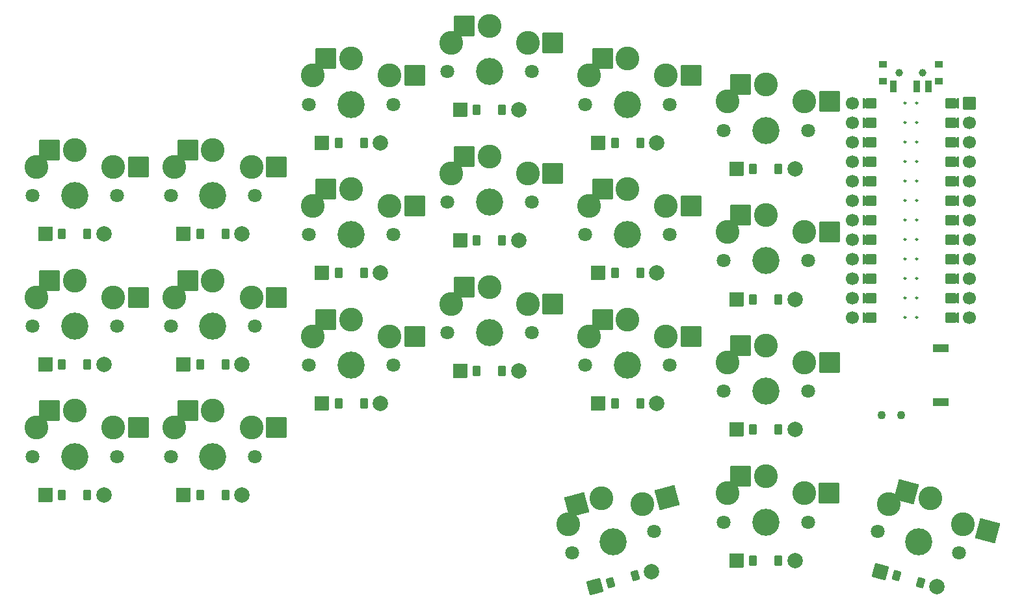
<source format=gbr>
%TF.GenerationSoftware,KiCad,Pcbnew,(6.0.4)*%
%TF.CreationDate,2022-07-15T23:35:53-07:00*%
%TF.ProjectId,danns87_corne_custom,64616e6e-7338-4375-9f63-6f726e655f63,v1.0.0*%
%TF.SameCoordinates,Original*%
%TF.FileFunction,Soldermask,Bot*%
%TF.FilePolarity,Negative*%
%FSLAX46Y46*%
G04 Gerber Fmt 4.6, Leading zero omitted, Abs format (unit mm)*
G04 Created by KiCad (PCBNEW (6.0.4)) date 2022-07-15 23:35:53*
%MOMM*%
%LPD*%
G01*
G04 APERTURE LIST*
G04 Aperture macros list*
%AMRoundRect*
0 Rectangle with rounded corners*
0 $1 Rounding radius*
0 $2 $3 $4 $5 $6 $7 $8 $9 X,Y pos of 4 corners*
0 Add a 4 corners polygon primitive as box body*
4,1,4,$2,$3,$4,$5,$6,$7,$8,$9,$2,$3,0*
0 Add four circle primitives for the rounded corners*
1,1,$1+$1,$2,$3*
1,1,$1+$1,$4,$5*
1,1,$1+$1,$6,$7*
1,1,$1+$1,$8,$9*
0 Add four rect primitives between the rounded corners*
20,1,$1+$1,$2,$3,$4,$5,0*
20,1,$1+$1,$4,$5,$6,$7,0*
20,1,$1+$1,$6,$7,$8,$9,0*
20,1,$1+$1,$8,$9,$2,$3,0*%
%AMFreePoly0*
4,1,14,0.635355,0.435355,0.650000,0.400000,0.650000,0.200000,0.635355,0.164645,0.035355,-0.435355,0.000000,-0.450000,-0.035355,-0.435355,-0.635355,0.164645,-0.650000,0.200000,-0.650000,0.400000,-0.635355,0.435355,-0.600000,0.450000,0.600000,0.450000,0.635355,0.435355,0.635355,0.435355,$1*%
%AMFreePoly1*
4,1,16,0.635355,1.035355,0.650000,1.000000,0.650000,-0.250000,0.635355,-0.285355,0.600000,-0.300000,-0.600000,-0.300000,-0.635355,-0.285355,-0.650000,-0.250000,-0.650000,1.000000,-0.635355,1.035355,-0.600000,1.050000,-0.564645,1.035355,0.000000,0.470710,0.564645,1.035355,0.600000,1.050000,0.635355,1.035355,0.635355,1.035355,$1*%
G04 Aperture macros list end*
%ADD10C,0.250000*%
%ADD11C,0.100000*%
%ADD12C,1.100000*%
%ADD13C,2.005000*%
%ADD14RoundRect,0.050000X-0.450000X-0.600000X0.450000X-0.600000X0.450000X0.600000X-0.450000X0.600000X0*%
%ADD15RoundRect,0.050000X-0.889000X-0.889000X0.889000X-0.889000X0.889000X0.889000X-0.889000X0.889000X0*%
%ADD16C,3.100000*%
%ADD17C,3.529000*%
%ADD18C,1.801800*%
%ADD19RoundRect,0.050000X-1.300000X-1.300000X1.300000X-1.300000X1.300000X1.300000X-1.300000X1.300000X0*%
%ADD20RoundRect,0.050000X1.000000X-0.500000X1.000000X0.500000X-1.000000X0.500000X-1.000000X-0.500000X0*%
%ADD21FreePoly0,90.000000*%
%ADD22RoundRect,0.050000X-0.800000X0.800000X-0.800000X-0.800000X0.800000X-0.800000X0.800000X0.800000X0*%
%ADD23FreePoly0,270.000000*%
%ADD24C,1.700000*%
%ADD25FreePoly1,90.000000*%
%ADD26FreePoly1,270.000000*%
%ADD27C,1.000000*%
%ADD28RoundRect,0.050000X0.500000X0.400000X-0.500000X0.400000X-0.500000X-0.400000X0.500000X-0.400000X0*%
%ADD29RoundRect,0.050000X0.350000X0.750000X-0.350000X0.750000X-0.350000X-0.750000X0.350000X-0.750000X0*%
%ADD30RoundRect,0.050000X-0.589958X-0.463087X0.279375X-0.696024X0.589958X0.463087X-0.279375X0.696024X0*%
%ADD31RoundRect,0.050000X-1.088798X-0.628618X0.628618X-1.088798X1.088798X0.628618X-0.628618X1.088798X0*%
%ADD32RoundRect,0.050000X-0.279375X-0.696024X0.589958X-0.463087X0.279375X0.696024X-0.589958X0.463087X0*%
%ADD33RoundRect,0.050000X-0.628618X-1.088798X1.088798X-0.628618X0.628618X1.088798X-1.088798X0.628618X0*%
%ADD34RoundRect,0.050000X-1.592168X-0.919239X0.919239X-1.592168X1.592168X0.919239X-0.919239X1.592168X0*%
%ADD35RoundRect,0.050000X-0.919239X-1.592168X1.592168X-0.919239X0.919239X1.592168X-1.592168X0.919239X0*%
G04 APERTURE END LIST*
D10*
%TO.C,MCU1*%
X127777000Y33370000D02*
G75*
G03*
X127777000Y33370000I-125000J0D01*
G01*
X126253000Y18130000D02*
G75*
G03*
X126253000Y18130000I-125000J0D01*
G01*
X127777000Y43530000D02*
G75*
G03*
X127777000Y43530000I-125000J0D01*
G01*
X126253000Y38450000D02*
G75*
G03*
X126253000Y38450000I-125000J0D01*
G01*
X127777000Y23210000D02*
G75*
G03*
X127777000Y23210000I-125000J0D01*
G01*
X126253000Y33370000D02*
G75*
G03*
X126253000Y33370000I-125000J0D01*
G01*
X126253000Y30830000D02*
G75*
G03*
X126253000Y30830000I-125000J0D01*
G01*
X127777000Y46070000D02*
G75*
G03*
X127777000Y46070000I-125000J0D01*
G01*
X127777000Y18130000D02*
G75*
G03*
X127777000Y18130000I-125000J0D01*
G01*
X127777000Y38450000D02*
G75*
G03*
X127777000Y38450000I-125000J0D01*
G01*
X127777000Y35910000D02*
G75*
G03*
X127777000Y35910000I-125000J0D01*
G01*
X126253000Y28290000D02*
G75*
G03*
X126253000Y28290000I-125000J0D01*
G01*
X126253000Y20670000D02*
G75*
G03*
X126253000Y20670000I-125000J0D01*
G01*
X126253000Y43530000D02*
G75*
G03*
X126253000Y43530000I-125000J0D01*
G01*
X126253000Y25750000D02*
G75*
G03*
X126253000Y25750000I-125000J0D01*
G01*
X126253000Y40990000D02*
G75*
G03*
X126253000Y40990000I-125000J0D01*
G01*
X127777000Y25750000D02*
G75*
G03*
X127777000Y25750000I-125000J0D01*
G01*
X127777000Y20670000D02*
G75*
G03*
X127777000Y20670000I-125000J0D01*
G01*
X126253000Y46070000D02*
G75*
G03*
X126253000Y46070000I-125000J0D01*
G01*
X127777000Y30830000D02*
G75*
G03*
X127777000Y30830000I-125000J0D01*
G01*
X127777000Y28290000D02*
G75*
G03*
X127777000Y28290000I-125000J0D01*
G01*
X126253000Y23210000D02*
G75*
G03*
X126253000Y23210000I-125000J0D01*
G01*
X126253000Y35910000D02*
G75*
G03*
X126253000Y35910000I-125000J0D01*
G01*
X127777000Y40990000D02*
G75*
G03*
X127777000Y40990000I-125000J0D01*
G01*
G36*
X132986000Y32862000D02*
G01*
X131970000Y32862000D01*
X131970000Y33878000D01*
X132986000Y33878000D01*
X132986000Y32862000D01*
G37*
D11*
X132986000Y32862000D02*
X131970000Y32862000D01*
X131970000Y33878000D01*
X132986000Y33878000D01*
X132986000Y32862000D01*
G36*
X132986000Y37942000D02*
G01*
X131970000Y37942000D01*
X131970000Y38958000D01*
X132986000Y38958000D01*
X132986000Y37942000D01*
G37*
X132986000Y37942000D02*
X131970000Y37942000D01*
X131970000Y38958000D01*
X132986000Y38958000D01*
X132986000Y37942000D01*
G36*
X121810000Y43022000D02*
G01*
X120794000Y43022000D01*
X120794000Y44038000D01*
X121810000Y44038000D01*
X121810000Y43022000D01*
G37*
X121810000Y43022000D02*
X120794000Y43022000D01*
X120794000Y44038000D01*
X121810000Y44038000D01*
X121810000Y43022000D01*
G36*
X132986000Y22702000D02*
G01*
X131970000Y22702000D01*
X131970000Y23718000D01*
X132986000Y23718000D01*
X132986000Y22702000D01*
G37*
X132986000Y22702000D02*
X131970000Y22702000D01*
X131970000Y23718000D01*
X132986000Y23718000D01*
X132986000Y22702000D01*
G36*
X132986000Y43022000D02*
G01*
X131970000Y43022000D01*
X131970000Y44038000D01*
X132986000Y44038000D01*
X132986000Y43022000D01*
G37*
X132986000Y43022000D02*
X131970000Y43022000D01*
X131970000Y44038000D01*
X132986000Y44038000D01*
X132986000Y43022000D01*
G36*
X121810000Y17622000D02*
G01*
X120794000Y17622000D01*
X120794000Y18638000D01*
X121810000Y18638000D01*
X121810000Y17622000D01*
G37*
X121810000Y17622000D02*
X120794000Y17622000D01*
X120794000Y18638000D01*
X121810000Y18638000D01*
X121810000Y17622000D01*
G36*
X121810000Y35402000D02*
G01*
X120794000Y35402000D01*
X120794000Y36418000D01*
X121810000Y36418000D01*
X121810000Y35402000D01*
G37*
X121810000Y35402000D02*
X120794000Y35402000D01*
X120794000Y36418000D01*
X121810000Y36418000D01*
X121810000Y35402000D01*
G36*
X121810000Y45562000D02*
G01*
X120794000Y45562000D01*
X120794000Y46578000D01*
X121810000Y46578000D01*
X121810000Y45562000D01*
G37*
X121810000Y45562000D02*
X120794000Y45562000D01*
X120794000Y46578000D01*
X121810000Y46578000D01*
X121810000Y45562000D01*
G36*
X132986000Y25242000D02*
G01*
X131970000Y25242000D01*
X131970000Y26258000D01*
X132986000Y26258000D01*
X132986000Y25242000D01*
G37*
X132986000Y25242000D02*
X131970000Y25242000D01*
X131970000Y26258000D01*
X132986000Y26258000D01*
X132986000Y25242000D01*
G36*
X132986000Y45562000D02*
G01*
X131970000Y45562000D01*
X131970000Y46578000D01*
X132986000Y46578000D01*
X132986000Y45562000D01*
G37*
X132986000Y45562000D02*
X131970000Y45562000D01*
X131970000Y46578000D01*
X132986000Y46578000D01*
X132986000Y45562000D01*
G36*
X121810000Y40482000D02*
G01*
X120794000Y40482000D01*
X120794000Y41498000D01*
X121810000Y41498000D01*
X121810000Y40482000D01*
G37*
X121810000Y40482000D02*
X120794000Y40482000D01*
X120794000Y41498000D01*
X121810000Y41498000D01*
X121810000Y40482000D01*
G36*
X132986000Y27782000D02*
G01*
X131970000Y27782000D01*
X131970000Y28798000D01*
X132986000Y28798000D01*
X132986000Y27782000D01*
G37*
X132986000Y27782000D02*
X131970000Y27782000D01*
X131970000Y28798000D01*
X132986000Y28798000D01*
X132986000Y27782000D01*
G36*
X132986000Y17622000D02*
G01*
X131970000Y17622000D01*
X131970000Y18638000D01*
X132986000Y18638000D01*
X132986000Y17622000D01*
G37*
X132986000Y17622000D02*
X131970000Y17622000D01*
X131970000Y18638000D01*
X132986000Y18638000D01*
X132986000Y17622000D01*
G36*
X121810000Y25242000D02*
G01*
X120794000Y25242000D01*
X120794000Y26258000D01*
X121810000Y26258000D01*
X121810000Y25242000D01*
G37*
X121810000Y25242000D02*
X120794000Y25242000D01*
X120794000Y26258000D01*
X121810000Y26258000D01*
X121810000Y25242000D01*
G36*
X121810000Y22702000D02*
G01*
X120794000Y22702000D01*
X120794000Y23718000D01*
X121810000Y23718000D01*
X121810000Y22702000D01*
G37*
X121810000Y22702000D02*
X120794000Y22702000D01*
X120794000Y23718000D01*
X121810000Y23718000D01*
X121810000Y22702000D01*
G36*
X121810000Y20162000D02*
G01*
X120794000Y20162000D01*
X120794000Y21178000D01*
X121810000Y21178000D01*
X121810000Y20162000D01*
G37*
X121810000Y20162000D02*
X120794000Y20162000D01*
X120794000Y21178000D01*
X121810000Y21178000D01*
X121810000Y20162000D01*
G36*
X132986000Y20162000D02*
G01*
X131970000Y20162000D01*
X131970000Y21178000D01*
X132986000Y21178000D01*
X132986000Y20162000D01*
G37*
X132986000Y20162000D02*
X131970000Y20162000D01*
X131970000Y21178000D01*
X132986000Y21178000D01*
X132986000Y20162000D01*
G36*
X121810000Y27782000D02*
G01*
X120794000Y27782000D01*
X120794000Y28798000D01*
X121810000Y28798000D01*
X121810000Y27782000D01*
G37*
X121810000Y27782000D02*
X120794000Y27782000D01*
X120794000Y28798000D01*
X121810000Y28798000D01*
X121810000Y27782000D01*
G36*
X121810000Y30322000D02*
G01*
X120794000Y30322000D01*
X120794000Y31338000D01*
X121810000Y31338000D01*
X121810000Y30322000D01*
G37*
X121810000Y30322000D02*
X120794000Y30322000D01*
X120794000Y31338000D01*
X121810000Y31338000D01*
X121810000Y30322000D01*
G36*
X132986000Y40482000D02*
G01*
X131970000Y40482000D01*
X131970000Y41498000D01*
X132986000Y41498000D01*
X132986000Y40482000D01*
G37*
X132986000Y40482000D02*
X131970000Y40482000D01*
X131970000Y41498000D01*
X132986000Y41498000D01*
X132986000Y40482000D01*
G36*
X132986000Y35402000D02*
G01*
X131970000Y35402000D01*
X131970000Y36418000D01*
X132986000Y36418000D01*
X132986000Y35402000D01*
G37*
X132986000Y35402000D02*
X131970000Y35402000D01*
X131970000Y36418000D01*
X132986000Y36418000D01*
X132986000Y35402000D01*
G36*
X132986000Y30322000D02*
G01*
X131970000Y30322000D01*
X131970000Y31338000D01*
X132986000Y31338000D01*
X132986000Y30322000D01*
G37*
X132986000Y30322000D02*
X131970000Y30322000D01*
X131970000Y31338000D01*
X132986000Y31338000D01*
X132986000Y30322000D01*
G36*
X121810000Y32862000D02*
G01*
X120794000Y32862000D01*
X120794000Y33878000D01*
X121810000Y33878000D01*
X121810000Y32862000D01*
G37*
X121810000Y32862000D02*
X120794000Y32862000D01*
X120794000Y33878000D01*
X121810000Y33878000D01*
X121810000Y32862000D01*
G36*
X121810000Y37942000D02*
G01*
X120794000Y37942000D01*
X120794000Y38958000D01*
X121810000Y38958000D01*
X121810000Y37942000D01*
G37*
X121810000Y37942000D02*
X120794000Y37942000D01*
X120794000Y38958000D01*
X121810000Y38958000D01*
X121810000Y37942000D01*
%TD*%
D12*
%TO.C,PAD1*%
X123105000Y5400000D03*
X125645000Y5400000D03*
%TD*%
D13*
%TO.C,D10*%
X75810000Y11150000D03*
D14*
X70350000Y11150000D03*
D15*
X68190000Y11150000D03*
D14*
X73650000Y11150000D03*
%TD*%
%TO.C,D9*%
X52350000Y40900000D03*
D13*
X57810000Y40900000D03*
D15*
X50190000Y40900000D03*
D14*
X55650000Y40900000D03*
%TD*%
D13*
%TO.C,D7*%
X57810000Y6900000D03*
D14*
X52350000Y6900000D03*
X55650000Y6900000D03*
D15*
X50190000Y6900000D03*
%TD*%
D14*
%TO.C,D2*%
X16350000Y12000000D03*
D13*
X21810000Y12000000D03*
D14*
X19650000Y12000000D03*
D15*
X14190000Y12000000D03*
%TD*%
D14*
%TO.C,D16*%
X106350000Y3500000D03*
D13*
X111810000Y3500000D03*
D15*
X104190000Y3500000D03*
D14*
X109650000Y3500000D03*
%TD*%
D16*
%TO.C,S2*%
X23000000Y20750000D03*
D17*
X18000000Y17000000D03*
D16*
X18000000Y22950000D03*
D18*
X23500000Y17000000D03*
D16*
X18000000Y22950000D03*
X13000000Y20750000D03*
D18*
X12500000Y17000000D03*
D19*
X14725000Y22950000D03*
X26275000Y20750000D03*
%TD*%
D14*
%TO.C,D1*%
X16350000Y-5000000D03*
D13*
X21810000Y-5000000D03*
D14*
X19650000Y-5000000D03*
D15*
X14190000Y-5000000D03*
%TD*%
D14*
%TO.C,D6*%
X34350000Y29000000D03*
D13*
X39810000Y29000000D03*
D15*
X32190000Y29000000D03*
D14*
X37650000Y29000000D03*
%TD*%
D20*
%TO.C,S22*%
X130810000Y7075000D03*
X130810000Y14075000D03*
%TD*%
D13*
%TO.C,D13*%
X93810000Y6900000D03*
D14*
X88350000Y6900000D03*
D15*
X86190000Y6900000D03*
D14*
X91650000Y6900000D03*
%TD*%
D13*
%TO.C,D4*%
X39810000Y-5000000D03*
D14*
X34350000Y-5000000D03*
X37650000Y-5000000D03*
D15*
X32190000Y-5000000D03*
%TD*%
D21*
%TO.C,MCU1*%
X121048000Y33370000D03*
D22*
X134510000Y46070000D03*
D23*
X132732000Y30830000D03*
D21*
X121048000Y20670000D03*
X121048000Y25750000D03*
D24*
X119270000Y43530000D03*
X119270000Y33370000D03*
D23*
X132732000Y25750000D03*
D24*
X119270000Y23210000D03*
X134510000Y25750000D03*
D23*
X132732000Y20670000D03*
X132732000Y40990000D03*
D24*
X119270000Y25750000D03*
X134510000Y20670000D03*
D21*
X121048000Y43530000D03*
X121048000Y35910000D03*
D24*
X134510000Y28290000D03*
D21*
X121048000Y30830000D03*
D24*
X134510000Y18130000D03*
X134510000Y40990000D03*
X119270000Y20670000D03*
X134510000Y33370000D03*
D21*
X121048000Y40990000D03*
D24*
X119270000Y35910000D03*
X134510000Y23210000D03*
D23*
X132732000Y35910000D03*
X132732000Y46070000D03*
D24*
X134510000Y30830000D03*
D21*
X121048000Y46070000D03*
D23*
X132732000Y23210000D03*
D24*
X134510000Y46070000D03*
X134510000Y43530000D03*
X119270000Y46070000D03*
D21*
X121048000Y23210000D03*
D24*
X119270000Y40990000D03*
D21*
X121048000Y28290000D03*
D24*
X119270000Y18130000D03*
D21*
X121048000Y18130000D03*
D23*
X132732000Y43530000D03*
D24*
X134510000Y35910000D03*
D23*
X132732000Y28290000D03*
D24*
X119270000Y28290000D03*
D23*
X132732000Y38450000D03*
D24*
X119270000Y38450000D03*
D23*
X132732000Y33370000D03*
D21*
X121048000Y38450000D03*
D24*
X134510000Y38450000D03*
X119270000Y30830000D03*
D23*
X132732000Y18130000D03*
D25*
X122064000Y46070000D03*
X122064000Y43530000D03*
X122064000Y40990000D03*
X122064000Y38450000D03*
X122064000Y35910000D03*
X122064000Y33370000D03*
X122064000Y30830000D03*
X122064000Y28290000D03*
X122064000Y25750000D03*
X122064000Y23210000D03*
X122064000Y20670000D03*
X122064000Y18130000D03*
D26*
X131716000Y18130000D03*
X131716000Y20670000D03*
X131716000Y23210000D03*
X131716000Y25750000D03*
X131716000Y28290000D03*
X131716000Y30830000D03*
X131716000Y33370000D03*
X131716000Y35910000D03*
X131716000Y38450000D03*
X131716000Y40990000D03*
X131716000Y43530000D03*
X131716000Y46070000D03*
%TD*%
D16*
%TO.C,S1*%
X23000000Y3750000D03*
X18000000Y5950000D03*
D18*
X23500000Y0D03*
D16*
X13000000Y3750000D03*
D18*
X12500000Y0D03*
D17*
X18000000Y0D03*
D16*
X18000000Y5950000D03*
D19*
X14725000Y5950000D03*
X26275000Y3750000D03*
%TD*%
D16*
%TO.C,S5*%
X36000000Y22950000D03*
X41000000Y20750000D03*
X31000000Y20750000D03*
D18*
X30500000Y17000000D03*
X41500000Y17000000D03*
D17*
X36000000Y17000000D03*
D16*
X36000000Y22950000D03*
D19*
X32725000Y22950000D03*
X44275000Y20750000D03*
%TD*%
D16*
%TO.C,S15*%
X90000000Y51850000D03*
D17*
X90000000Y45900000D03*
D16*
X90000000Y51850000D03*
D18*
X95500000Y45900000D03*
D16*
X85000000Y49650000D03*
X95000000Y49650000D03*
D18*
X84500000Y45900000D03*
D19*
X86725000Y51850000D03*
X98275000Y49650000D03*
%TD*%
D14*
%TO.C,D14*%
X88350000Y23900000D03*
D13*
X93810000Y23900000D03*
D14*
X91650000Y23900000D03*
D15*
X86190000Y23900000D03*
%TD*%
D18*
%TO.C,S6*%
X41500000Y34000000D03*
D17*
X36000000Y34000000D03*
D18*
X30500000Y34000000D03*
D16*
X41000000Y37750000D03*
X31000000Y37750000D03*
X36000000Y39950000D03*
X36000000Y39950000D03*
D19*
X32725000Y39950000D03*
X44275000Y37750000D03*
%TD*%
D16*
%TO.C,S9*%
X54000000Y51850000D03*
D17*
X54000000Y45900000D03*
D16*
X49000000Y49650000D03*
D18*
X59500000Y45900000D03*
D16*
X54000000Y51850000D03*
X59000000Y49650000D03*
D18*
X48500000Y45900000D03*
D19*
X50725000Y51850000D03*
X62275000Y49650000D03*
%TD*%
D16*
%TO.C,S8*%
X49000000Y32650000D03*
D18*
X59500000Y28900000D03*
D16*
X54000000Y34850000D03*
D18*
X48500000Y28900000D03*
D16*
X59000000Y32650000D03*
D17*
X54000000Y28900000D03*
D16*
X54000000Y34850000D03*
D19*
X50725000Y34850000D03*
X62275000Y32650000D03*
%TD*%
D14*
%TO.C,D18*%
X106350000Y37500000D03*
D13*
X111810000Y37500000D03*
D14*
X109650000Y37500000D03*
D15*
X104190000Y37500000D03*
%TD*%
D16*
%TO.C,S4*%
X36000000Y5950000D03*
D18*
X30500000Y0D03*
D16*
X31000000Y3750000D03*
D18*
X41500000Y0D03*
D16*
X41000000Y3750000D03*
X36000000Y5950000D03*
D17*
X36000000Y0D03*
D19*
X32725000Y5950000D03*
X44275000Y3750000D03*
%TD*%
D14*
%TO.C,D8*%
X52350000Y23900000D03*
D13*
X57810000Y23900000D03*
D14*
X55650000Y23900000D03*
D15*
X50190000Y23900000D03*
%TD*%
D16*
%TO.C,S18*%
X108000000Y48450000D03*
X108000000Y48450000D03*
D18*
X102500000Y42500000D03*
X113500000Y42500000D03*
D16*
X103000000Y46250000D03*
D17*
X108000000Y42500000D03*
D16*
X113000000Y46250000D03*
D19*
X104725000Y48450000D03*
X116275000Y46250000D03*
%TD*%
D16*
%TO.C,S13*%
X90000000Y17850000D03*
D18*
X84500000Y11900000D03*
X95500000Y11900000D03*
D16*
X85000000Y15650000D03*
X90000000Y17850000D03*
X95000000Y15650000D03*
D17*
X90000000Y11900000D03*
D19*
X86725000Y17850000D03*
X98275000Y15650000D03*
%TD*%
D14*
%TO.C,D11*%
X70350000Y28150000D03*
D13*
X75810000Y28150000D03*
D14*
X73650000Y28150000D03*
D15*
X68190000Y28150000D03*
%TD*%
D16*
%TO.C,S12*%
X72000000Y56100000D03*
X67000000Y53900000D03*
D17*
X72000000Y50150000D03*
D18*
X77500000Y50150000D03*
X66500000Y50150000D03*
D16*
X77000000Y53900000D03*
X72000000Y56100000D03*
D19*
X68725000Y56100000D03*
X80275000Y53900000D03*
%TD*%
D13*
%TO.C,D3*%
X21810000Y29000000D03*
D14*
X16350000Y29000000D03*
D15*
X14190000Y29000000D03*
D14*
X19650000Y29000000D03*
%TD*%
D13*
%TO.C,D5*%
X39810000Y12000000D03*
D14*
X34350000Y12000000D03*
D15*
X32190000Y12000000D03*
D14*
X37650000Y12000000D03*
%TD*%
D27*
%TO.C,T1*%
X125390000Y50005000D03*
D28*
X123240000Y48895000D03*
D27*
X128390000Y50005000D03*
D28*
X123240000Y51105000D03*
D27*
X125390000Y50005000D03*
D28*
X130540000Y51105000D03*
D27*
X128390000Y50005000D03*
D28*
X130540000Y48895000D03*
D29*
X124640000Y48245000D03*
X127640000Y48245000D03*
X129140000Y48245000D03*
%TD*%
D16*
%TO.C,S11*%
X72000000Y39100000D03*
X77000000Y36900000D03*
D18*
X77500000Y33150000D03*
X66500000Y33150000D03*
D17*
X72000000Y33150000D03*
D16*
X67000000Y36900000D03*
X72000000Y39100000D03*
D19*
X68725000Y39100000D03*
X80275000Y36900000D03*
%TD*%
D18*
%TO.C,S10*%
X77500000Y16150000D03*
D16*
X72000000Y22100000D03*
X67000000Y19900000D03*
D18*
X66500000Y16150000D03*
D16*
X72000000Y22100000D03*
X77000000Y19900000D03*
D17*
X72000000Y16150000D03*
D19*
X68725000Y22100000D03*
X80275000Y19900000D03*
%TD*%
D13*
%TO.C,D17*%
X111810000Y20500000D03*
D14*
X106350000Y20500000D03*
D15*
X104190000Y20500000D03*
D14*
X109650000Y20500000D03*
%TD*%
D13*
%TO.C,D20*%
X111796700Y-13541300D03*
D14*
X106336700Y-13541300D03*
D15*
X104176700Y-13541300D03*
D14*
X109636700Y-13541300D03*
%TD*%
D30*
%TO.C,D21*%
X124992122Y-15562849D03*
D13*
X130266077Y-16976001D03*
D31*
X122905723Y-15003799D03*
D30*
X128179678Y-16416951D03*
%TD*%
D16*
%TO.C,S7*%
X59000000Y15650000D03*
X49000000Y15650000D03*
X54000000Y17850000D03*
D18*
X48500000Y11900000D03*
D16*
X54000000Y17850000D03*
D17*
X54000000Y11900000D03*
D18*
X59500000Y11900000D03*
D19*
X50725000Y17850000D03*
X62275000Y15650000D03*
%TD*%
D18*
%TO.C,S17*%
X102500000Y25500000D03*
D16*
X103000000Y29250000D03*
D18*
X113500000Y25500000D03*
D17*
X108000000Y25500000D03*
D16*
X108000000Y31450000D03*
X108000000Y31450000D03*
X113000000Y29250000D03*
D19*
X104725000Y31450000D03*
X116275000Y29250000D03*
%TD*%
D13*
%TO.C,D12*%
X75810000Y45150000D03*
D14*
X70350000Y45150000D03*
X73650000Y45150000D03*
D15*
X68190000Y45150000D03*
%TD*%
D14*
%TO.C,D15*%
X88350000Y40900000D03*
D13*
X93810000Y40900000D03*
D15*
X86190000Y40900000D03*
D14*
X91650000Y40900000D03*
%TD*%
D16*
%TO.C,S20*%
X107986700Y-2591300D03*
X107986700Y-2591300D03*
D18*
X102486700Y-8541300D03*
D16*
X112986700Y-4791300D03*
D18*
X113486700Y-8541300D03*
D16*
X102986700Y-4791300D03*
D17*
X107986700Y-8541300D03*
D19*
X104711700Y-2591300D03*
X116261700Y-4791300D03*
%TD*%
D13*
%TO.C,D19*%
X93067677Y-15003799D03*
D32*
X87793722Y-16416951D03*
D33*
X85707323Y-16976001D03*
D32*
X90981278Y-15562849D03*
%TD*%
D16*
%TO.C,S21*%
X129419973Y-5413041D03*
D18*
X122567408Y-9736795D03*
D16*
X133680201Y-8832173D03*
D17*
X127880000Y-11160300D03*
D16*
X124020942Y-6243983D03*
D18*
X133192592Y-12583805D03*
D16*
X129419973Y-5413041D03*
D34*
X126256566Y-4565409D03*
X136843608Y-9679806D03*
%TD*%
D16*
%TO.C,S3*%
X13000000Y37750000D03*
X23000000Y37750000D03*
D18*
X12500000Y34000000D03*
D16*
X18000000Y39950000D03*
D18*
X23500000Y34000000D03*
D17*
X18000000Y34000000D03*
D16*
X18000000Y39950000D03*
D19*
X14725000Y39950000D03*
X26275000Y37750000D03*
%TD*%
D16*
%TO.C,S19*%
X86553427Y-5413041D03*
D18*
X93405992Y-9736795D03*
D17*
X88093400Y-11160300D03*
D16*
X91952458Y-6243983D03*
X86553427Y-5413041D03*
X82293199Y-8832173D03*
D18*
X82780808Y-12583805D03*
D35*
X83390020Y-6260674D03*
X95115865Y-5396351D03*
%TD*%
D16*
%TO.C,S14*%
X90000000Y34850000D03*
X90000000Y34850000D03*
D17*
X90000000Y28900000D03*
D16*
X85000000Y32650000D03*
X95000000Y32650000D03*
D18*
X84500000Y28900000D03*
X95500000Y28900000D03*
D19*
X86725000Y34850000D03*
X98275000Y32650000D03*
%TD*%
D16*
%TO.C,S16*%
X108000000Y14450000D03*
X108000000Y14450000D03*
X113000000Y12250000D03*
D18*
X102500000Y8500000D03*
D16*
X103000000Y12250000D03*
D18*
X113500000Y8500000D03*
D17*
X108000000Y8500000D03*
D19*
X104725000Y14450000D03*
X116275000Y12250000D03*
%TD*%
M02*

</source>
